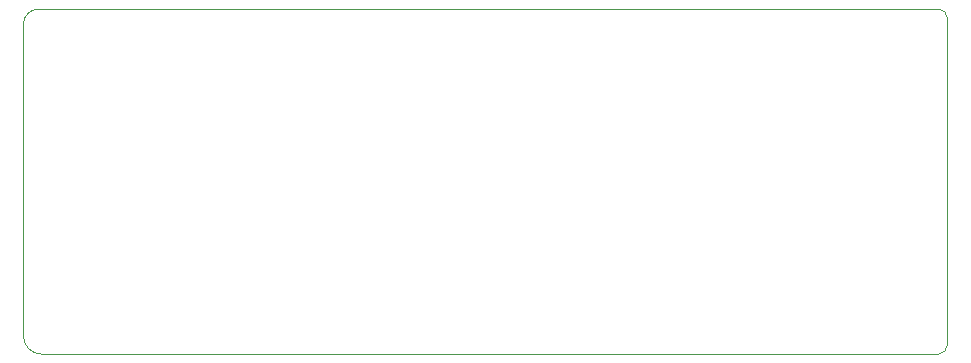
<source format=gm1>
G04 #@! TF.GenerationSoftware,KiCad,Pcbnew,(6.0.9-0)*
G04 #@! TF.CreationDate,2023-02-01T14:54:16-05:00*
G04 #@! TF.ProjectId,beach_bod_02,62656163-685f-4626-9f64-5f30322e6b69,rev?*
G04 #@! TF.SameCoordinates,Original*
G04 #@! TF.FileFunction,Profile,NP*
%FSLAX46Y46*%
G04 Gerber Fmt 4.6, Leading zero omitted, Abs format (unit mm)*
G04 Created by KiCad (PCBNEW (6.0.9-0)) date 2023-02-01 14:54:16*
%MOMM*%
%LPD*%
G01*
G04 APERTURE LIST*
G04 #@! TA.AperFunction,Profile*
%ADD10C,0.050000*%
G04 #@! TD*
G04 APERTURE END LIST*
D10*
X97536000Y-74422000D02*
X173736000Y-74422000D01*
X174498000Y-75184000D02*
X174498000Y-102870000D01*
X97536000Y-74422000D02*
G75*
G03*
X96266000Y-75692000I0J-1270000D01*
G01*
X173736000Y-103632000D02*
X97790000Y-103632000D01*
X173736000Y-103632000D02*
G75*
G03*
X174498000Y-102870000I0J762000D01*
G01*
X96266000Y-102108000D02*
G75*
G03*
X97790000Y-103632000I1524000J0D01*
G01*
X174498000Y-75184000D02*
G75*
G03*
X173736000Y-74422000I-762000J0D01*
G01*
X96266000Y-75692000D02*
X96266000Y-102108000D01*
M02*

</source>
